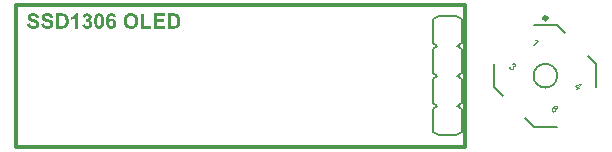
<source format=gto>
G04*
G04 #@! TF.GenerationSoftware,Altium Limited,Altium Designer,22.10.1 (41)*
G04*
G04 Layer_Color=65535*
%FSLAX43Y43*%
%MOMM*%
G71*
G04*
G04 #@! TF.SameCoordinates,A06D47DE-3B52-4099-82B1-BC196321E02B*
G04*
G04*
G04 #@! TF.FilePolarity,Positive*
G04*
G01*
G75*
%ADD10C,0.200*%
%ADD11C,0.300*%
G36*
X54605Y10562D02*
X54606D01*
X54608Y10561D01*
X54612Y10559D01*
X54622Y10556D01*
X54635Y10551D01*
X54651Y10545D01*
X54671Y10539D01*
X54693Y10535D01*
X54718Y10531D01*
X54720D01*
X54722Y10530D01*
X54725D01*
X54731D01*
X54744Y10530D01*
X54761Y10530D01*
X54780Y10532D01*
X54803Y10536D01*
X54825Y10541D01*
X54846Y10549D01*
X54917Y10479D01*
X54462Y10024D01*
X54375Y10111D01*
X54703Y10438D01*
X54701D01*
X54699D01*
X54694Y10439D01*
X54687Y10439D01*
X54678Y10440D01*
X54669Y10441D01*
X54658Y10443D01*
X54646Y10445D01*
X54633Y10448D01*
X54619Y10451D01*
X54604Y10454D01*
X54589Y10459D01*
X54558Y10470D01*
X54525Y10485D01*
X54604Y10563D01*
X54605Y10562D01*
D02*
G37*
G36*
X56318Y4964D02*
X56325Y4963D01*
X56334D01*
X56344Y4962D01*
X56356Y4961D01*
X56368Y4959D01*
X56381Y4955D01*
X56395Y4952D01*
X56410Y4946D01*
X56425Y4940D01*
X56439Y4932D01*
X56454Y4923D01*
X56469Y4912D01*
X56483Y4899D01*
X56488Y4894D01*
X56491Y4890D01*
X56496Y4885D01*
X56500Y4879D01*
X56509Y4865D01*
X56519Y4849D01*
X56528Y4829D01*
X56535Y4807D01*
X56537Y4796D01*
X56539Y4785D01*
X56539Y4784D01*
X56539Y4782D01*
Y4778D01*
Y4774D01*
Y4768D01*
X56538Y4762D01*
X56536Y4745D01*
X56531Y4726D01*
X56524Y4704D01*
X56514Y4681D01*
X56499Y4657D01*
X56406Y4732D01*
X56407Y4733D01*
X56409Y4736D01*
X56413Y4742D01*
X56417Y4749D01*
X56421Y4757D01*
X56424Y4767D01*
X56427Y4776D01*
X56428Y4786D01*
Y4787D01*
X56427Y4790D01*
X56426Y4795D01*
X56425Y4802D01*
X56422Y4808D01*
X56418Y4816D01*
X56413Y4824D01*
X56406Y4832D01*
X56405Y4834D01*
X56401Y4836D01*
X56395Y4841D01*
X56386Y4845D01*
X56377Y4850D01*
X56364Y4853D01*
X56350Y4855D01*
X56335Y4854D01*
X56333Y4853D01*
X56330D01*
X56326Y4852D01*
X56322Y4851D01*
X56316Y4849D01*
X56311Y4845D01*
X56303Y4841D01*
X56294Y4838D01*
X56284Y4832D01*
X56274Y4826D01*
X56263Y4819D01*
X56250Y4810D01*
X56237Y4800D01*
X56223Y4788D01*
X56208Y4775D01*
X56209D01*
X56211Y4776D01*
X56214Y4775D01*
X56220D01*
X56226D01*
X56233Y4775D01*
X56250Y4773D01*
X56268Y4768D01*
X56288Y4760D01*
X56299Y4755D01*
X56308Y4749D01*
X56318Y4741D01*
X56328Y4733D01*
X56333Y4728D01*
X56336Y4723D01*
X56340Y4718D01*
X56345Y4712D01*
X56350Y4704D01*
X56354Y4696D01*
X56364Y4676D01*
X56368Y4665D01*
X56372Y4653D01*
X56375Y4641D01*
X56377Y4627D01*
X56379Y4613D01*
Y4598D01*
Y4597D01*
Y4594D01*
Y4590D01*
X56377Y4585D01*
X56376Y4577D01*
X56375Y4569D01*
X56372Y4560D01*
X56369Y4550D01*
X56366Y4539D01*
X56361Y4527D01*
X56356Y4515D01*
X56349Y4502D01*
X56341Y4490D01*
X56332Y4477D01*
X56322Y4465D01*
X56311Y4452D01*
X56310Y4451D01*
X56307Y4449D01*
X56304Y4445D01*
X56298Y4441D01*
X56292Y4435D01*
X56284Y4430D01*
X56275Y4423D01*
X56265Y4417D01*
X56243Y4403D01*
X56230Y4398D01*
X56216Y4393D01*
X56203Y4388D01*
X56188Y4384D01*
X56173Y4382D01*
X56158Y4381D01*
X56156D01*
X56154D01*
X56150D01*
X56144Y4382D01*
X56137Y4383D01*
X56128Y4384D01*
X56119Y4386D01*
X56109Y4388D01*
X56097Y4392D01*
X56086Y4396D01*
X56074Y4401D01*
X56061Y4407D01*
X56048Y4415D01*
X56036Y4423D01*
X56024Y4433D01*
X56011Y4444D01*
X56008Y4447D01*
X56005Y4451D01*
X56001Y4456D01*
X55996Y4463D01*
X55990Y4471D01*
X55984Y4480D01*
X55978Y4490D01*
X55972Y4501D01*
X55967Y4515D01*
X55961Y4528D01*
X55957Y4543D01*
X55953Y4558D01*
X55951Y4575D01*
X55950Y4592D01*
X55951Y4610D01*
Y4611D01*
X55952Y4615D01*
X55953Y4620D01*
X55955Y4627D01*
X55957Y4637D01*
X55961Y4647D01*
X55965Y4660D01*
X55971Y4673D01*
X55978Y4690D01*
X55987Y4706D01*
X55998Y4724D01*
X56011Y4743D01*
X56025Y4764D01*
X56042Y4785D01*
X56061Y4806D01*
X56082Y4829D01*
X56083Y4830D01*
X56084Y4830D01*
X56086Y4832D01*
X56088Y4834D01*
X56094Y4841D01*
X56103Y4849D01*
X56114Y4858D01*
X56128Y4869D01*
X56142Y4881D01*
X56158Y4892D01*
X56174Y4905D01*
X56192Y4917D01*
X56211Y4928D01*
X56231Y4938D01*
X56250Y4947D01*
X56269Y4955D01*
X56289Y4960D01*
X56308Y4963D01*
X56309D01*
X56313Y4964D01*
X56318D01*
D02*
G37*
G36*
X52764Y8552D02*
X52778Y8550D01*
X52795Y8547D01*
X52811Y8542D01*
X52812Y8542D01*
X52813D01*
X52818Y8539D01*
X52827Y8535D01*
X52838Y8530D01*
X52850Y8523D01*
X52865Y8514D01*
X52878Y8503D01*
X52893Y8489D01*
X52899Y8484D01*
X52902Y8478D01*
X52908Y8472D01*
X52913Y8465D01*
X52919Y8457D01*
X52924Y8448D01*
X52936Y8427D01*
X52941Y8415D01*
X52946Y8401D01*
X52950Y8388D01*
X52952Y8375D01*
X52954Y8360D01*
Y8346D01*
Y8344D01*
Y8343D01*
Y8339D01*
X52953Y8335D01*
X52952Y8323D01*
X52949Y8308D01*
X52944Y8291D01*
X52935Y8273D01*
X52925Y8255D01*
X52918Y8247D01*
X52911Y8238D01*
X52910Y8238D01*
X52908Y8236D01*
X52904Y8233D01*
X52900Y8230D01*
X52894Y8225D01*
X52887Y8221D01*
X52878Y8216D01*
X52868Y8212D01*
X52857Y8208D01*
X52846Y8204D01*
X52833Y8202D01*
X52818Y8201D01*
X52802D01*
X52786Y8201D01*
X52769Y8204D01*
X52750Y8208D01*
X52751Y8208D01*
X52751Y8206D01*
X52753Y8204D01*
X52755Y8200D01*
X52760Y8191D01*
X52765Y8178D01*
X52769Y8163D01*
X52773Y8146D01*
X52775Y8127D01*
X52774Y8108D01*
Y8106D01*
X52773Y8099D01*
X52770Y8090D01*
X52767Y8077D01*
X52761Y8063D01*
X52752Y8047D01*
X52742Y8031D01*
X52728Y8015D01*
X52727Y8014D01*
X52725Y8012D01*
X52722Y8009D01*
X52717Y8006D01*
X52712Y8001D01*
X52704Y7997D01*
X52696Y7991D01*
X52687Y7985D01*
X52666Y7974D01*
X52654Y7970D01*
X52641Y7965D01*
X52627Y7961D01*
X52613Y7959D01*
X52598Y7957D01*
X52582D01*
X52581D01*
X52578D01*
X52574Y7957D01*
X52568Y7958D01*
X52560Y7959D01*
X52552Y7961D01*
X52542Y7963D01*
X52531Y7966D01*
X52520Y7969D01*
X52508Y7974D01*
X52495Y7980D01*
X52483Y7985D01*
X52470Y7993D01*
X52457Y8002D01*
X52444Y8012D01*
X52432Y8023D01*
X52426Y8029D01*
X52422Y8034D01*
X52417Y8040D01*
X52412Y8047D01*
X52407Y8055D01*
X52400Y8064D01*
X52389Y8083D01*
X52378Y8107D01*
X52373Y8120D01*
X52370Y8133D01*
X52367Y8147D01*
X52365Y8161D01*
Y8162D01*
Y8165D01*
Y8168D01*
Y8174D01*
Y8180D01*
X52366Y8188D01*
X52367Y8197D01*
X52369Y8206D01*
X52372Y8217D01*
X52374Y8228D01*
X52382Y8251D01*
X52395Y8275D01*
X52402Y8287D01*
X52411Y8299D01*
X52505Y8226D01*
X52504Y8225D01*
X52504Y8225D01*
X52500Y8220D01*
X52496Y8213D01*
X52491Y8204D01*
X52486Y8193D01*
X52481Y8181D01*
X52478Y8168D01*
X52477Y8155D01*
Y8153D01*
X52478Y8149D01*
X52479Y8142D01*
X52481Y8135D01*
X52484Y8125D01*
X52489Y8116D01*
X52495Y8106D01*
X52503Y8096D01*
X52504Y8095D01*
X52508Y8092D01*
X52514Y8088D01*
X52521Y8083D01*
X52531Y8078D01*
X52542Y8074D01*
X52555Y8072D01*
X52568Y8071D01*
X52570D01*
X52576Y8072D01*
X52583Y8074D01*
X52593Y8076D01*
X52604Y8080D01*
X52617Y8087D01*
X52630Y8096D01*
X52643Y8108D01*
X52644Y8108D01*
X52644Y8109D01*
X52648Y8113D01*
X52653Y8119D01*
X52660Y8129D01*
X52666Y8140D01*
X52671Y8151D01*
X52675Y8165D01*
X52677Y8178D01*
Y8180D01*
Y8185D01*
X52676Y8192D01*
X52675Y8200D01*
X52672Y8210D01*
X52668Y8220D01*
X52663Y8231D01*
X52654Y8240D01*
X52648Y8247D01*
X52642Y8251D01*
X52636Y8256D01*
X52627Y8262D01*
X52618Y8267D01*
X52608Y8274D01*
X52687Y8335D01*
X52693Y8329D01*
X52700Y8323D01*
X52708Y8316D01*
X52719Y8309D01*
X52731Y8302D01*
X52743Y8298D01*
X52756Y8295D01*
X52757D01*
X52763D01*
X52768Y8296D01*
X52778Y8297D01*
X52787Y8300D01*
X52797Y8304D01*
X52808Y8310D01*
X52818Y8319D01*
X52819Y8321D01*
X52822Y8323D01*
X52825Y8328D01*
X52829Y8335D01*
X52834Y8342D01*
X52837Y8350D01*
X52840Y8360D01*
X52841Y8370D01*
Y8371D01*
X52840Y8374D01*
Y8380D01*
X52838Y8387D01*
X52835Y8394D01*
X52832Y8403D01*
X52825Y8412D01*
X52818Y8420D01*
X52814Y8424D01*
X52810Y8427D01*
X52803Y8431D01*
X52795Y8435D01*
X52786Y8439D01*
X52776Y8442D01*
X52765Y8442D01*
X52763D01*
X52759D01*
X52753Y8441D01*
X52744Y8439D01*
X52735Y8437D01*
X52725Y8431D01*
X52713Y8425D01*
X52700Y8416D01*
X52634Y8509D01*
X52634Y8510D01*
X52636Y8510D01*
X52638Y8512D01*
X52642Y8515D01*
X52651Y8520D01*
X52664Y8527D01*
X52678Y8534D01*
X52693Y8541D01*
X52709Y8546D01*
X52725Y8550D01*
X52727Y8551D01*
X52732D01*
X52740Y8552D01*
X52751Y8552D01*
X52764Y8552D01*
D02*
G37*
G36*
X58558Y6766D02*
X58270Y6478D01*
X58326Y6422D01*
X58251Y6346D01*
X58194Y6402D01*
X58104Y6311D01*
X58020Y6395D01*
X58111Y6486D01*
X57925Y6672D01*
X58000Y6747D01*
X58485Y6839D01*
X58558Y6766D01*
D02*
G37*
G36*
X18720Y12781D02*
X18733D01*
X18748Y12780D01*
X18781Y12772D01*
X18818Y12763D01*
X18859Y12748D01*
X18900Y12728D01*
X18918Y12715D01*
X18937Y12700D01*
X18939D01*
X18941Y12696D01*
X18946Y12691D01*
X18952Y12685D01*
X18961Y12676D01*
X18968Y12667D01*
X18989Y12641D01*
X19009Y12606D01*
X19029Y12565D01*
X19048Y12519D01*
X19061Y12463D01*
X18824Y12437D01*
Y12441D01*
X18822Y12448D01*
X18818Y12461D01*
X18815Y12478D01*
X18809Y12494D01*
X18800Y12513D01*
X18791Y12530D01*
X18778Y12544D01*
X18776Y12546D01*
X18770Y12550D01*
X18763Y12556D01*
X18752Y12563D01*
X18739Y12569D01*
X18722Y12574D01*
X18702Y12578D01*
X18681Y12580D01*
X18678D01*
X18668Y12578D01*
X18654Y12576D01*
X18635Y12570D01*
X18615Y12563D01*
X18592Y12550D01*
X18570Y12533D01*
X18550Y12509D01*
X18548Y12506D01*
X18544Y12502D01*
X18541Y12494D01*
X18537Y12487D01*
X18531Y12476D01*
X18528Y12463D01*
X18522Y12446D01*
X18515Y12428D01*
X18509Y12407D01*
X18504Y12383D01*
X18498Y12357D01*
X18492Y12328D01*
X18489Y12295D01*
X18485Y12257D01*
X18481Y12219D01*
X18483Y12220D01*
X18485Y12224D01*
X18491Y12228D01*
X18498Y12235D01*
X18507Y12245D01*
X18518Y12254D01*
X18544Y12274D01*
X18578Y12293D01*
X18617Y12311D01*
X18639Y12319D01*
X18661Y12322D01*
X18685Y12326D01*
X18711Y12328D01*
X18726D01*
X18737Y12326D01*
X18750Y12324D01*
X18765Y12322D01*
X18783Y12319D01*
X18802Y12313D01*
X18842Y12298D01*
X18865Y12289D01*
X18887Y12278D01*
X18909Y12265D01*
X18931Y12248D01*
X18954Y12230D01*
X18974Y12209D01*
X18976Y12207D01*
X18979Y12204D01*
X18985Y12198D01*
X18991Y12189D01*
X19000Y12176D01*
X19009Y12163D01*
X19018Y12146D01*
X19029Y12128D01*
X19041Y12107D01*
X19050Y12083D01*
X19059Y12059D01*
X19068Y12032D01*
X19074Y12004D01*
X19079Y11972D01*
X19083Y11941D01*
X19085Y11906D01*
Y11904D01*
Y11896D01*
Y11887D01*
X19083Y11872D01*
X19081Y11856D01*
X19079Y11837D01*
X19076Y11815D01*
X19070Y11793D01*
X19057Y11741D01*
X19048Y11715D01*
X19035Y11689D01*
X19022Y11663D01*
X19007Y11637D01*
X18989Y11611D01*
X18968Y11589D01*
X18966Y11587D01*
X18963Y11583D01*
X18957Y11578D01*
X18948Y11571D01*
X18937Y11561D01*
X18922Y11552D01*
X18907Y11541D01*
X18889Y11530D01*
X18868Y11519D01*
X18846Y11508D01*
X18822Y11498D01*
X18794Y11489D01*
X18766Y11482D01*
X18737Y11476D01*
X18705Y11472D01*
X18672Y11471D01*
X18663D01*
X18654Y11472D01*
X18641D01*
X18624Y11476D01*
X18604Y11478D01*
X18583Y11483D01*
X18559Y11489D01*
X18535Y11496D01*
X18509Y11508D01*
X18481Y11519D01*
X18455Y11533D01*
X18428Y11550D01*
X18402Y11571D01*
X18376Y11595D01*
X18352Y11620D01*
X18350Y11622D01*
X18346Y11628D01*
X18341Y11637D01*
X18333Y11650D01*
X18322Y11667D01*
X18313Y11687D01*
X18302Y11711D01*
X18291Y11739D01*
X18278Y11772D01*
X18267Y11808D01*
X18257Y11848D01*
X18248Y11895D01*
X18239Y11943D01*
X18233Y11996D01*
X18229Y12054D01*
X18228Y12117D01*
Y12119D01*
Y12120D01*
Y12126D01*
Y12132D01*
Y12150D01*
X18229Y12174D01*
X18231Y12204D01*
X18235Y12237D01*
X18239Y12274D01*
X18244Y12313D01*
X18250Y12354D01*
X18259Y12396D01*
X18270Y12439D01*
X18283Y12482D01*
X18298Y12520D01*
X18315Y12559D01*
X18335Y12594D01*
X18357Y12626D01*
X18359Y12628D01*
X18363Y12633D01*
X18370Y12641D01*
X18381Y12650D01*
X18394Y12663D01*
X18409Y12676D01*
X18428Y12691D01*
X18448Y12706D01*
X18472Y12719D01*
X18496Y12733D01*
X18526Y12746D01*
X18555Y12759D01*
X18587Y12769D01*
X18622Y12776D01*
X18657Y12781D01*
X18696Y12783D01*
X18711D01*
X18720Y12781D01*
D02*
G37*
G36*
X13293Y12798D02*
X13313Y12796D01*
X13337Y12794D01*
X13361Y12791D01*
X13389Y12787D01*
X13449Y12774D01*
X13478Y12765D01*
X13508Y12756D01*
X13537Y12743D01*
X13565Y12728D01*
X13591Y12711D01*
X13615Y12693D01*
X13617Y12691D01*
X13621Y12687D01*
X13626Y12682D01*
X13634Y12674D01*
X13643Y12663D01*
X13654Y12650D01*
X13665Y12635D01*
X13678Y12619D01*
X13689Y12598D01*
X13700Y12578D01*
X13711Y12554D01*
X13721Y12528D01*
X13730Y12502D01*
X13737Y12472D01*
X13743Y12443D01*
X13745Y12409D01*
X13486Y12400D01*
Y12402D01*
Y12404D01*
X13482Y12417D01*
X13478Y12433D01*
X13471Y12454D01*
X13461Y12478D01*
X13449Y12500D01*
X13432Y12522D01*
X13413Y12541D01*
X13411Y12543D01*
X13404Y12548D01*
X13391Y12556D01*
X13373Y12563D01*
X13350Y12570D01*
X13323Y12578D01*
X13289Y12583D01*
X13250Y12585D01*
X13232D01*
X13212Y12583D01*
X13187Y12580D01*
X13160Y12574D01*
X13130Y12565D01*
X13102Y12554D01*
X13076Y12537D01*
X13074Y12535D01*
X13071Y12532D01*
X13063Y12526D01*
X13056Y12517D01*
X13049Y12506D01*
X13041Y12491D01*
X13037Y12476D01*
X13036Y12457D01*
Y12456D01*
Y12450D01*
X13037Y12441D01*
X13041Y12432D01*
X13045Y12419D01*
X13050Y12406D01*
X13060Y12393D01*
X13073Y12380D01*
X13074Y12378D01*
X13084Y12372D01*
X13089Y12369D01*
X13099Y12365D01*
X13108Y12359D01*
X13121Y12354D01*
X13136Y12348D01*
X13152Y12341D01*
X13173Y12333D01*
X13193Y12326D01*
X13219Y12319D01*
X13247Y12311D01*
X13276Y12304D01*
X13310Y12295D01*
X13311D01*
X13319Y12293D01*
X13328Y12291D01*
X13341Y12287D01*
X13356Y12283D01*
X13374Y12278D01*
X13395Y12272D01*
X13415Y12267D01*
X13460Y12252D01*
X13506Y12237D01*
X13550Y12220D01*
X13569Y12211D01*
X13587Y12202D01*
X13589D01*
X13591Y12200D01*
X13602Y12193D01*
X13619Y12182D01*
X13639Y12167D01*
X13661Y12148D01*
X13686Y12126D01*
X13710Y12100D01*
X13730Y12070D01*
X13732Y12067D01*
X13737Y12056D01*
X13747Y12039D01*
X13756Y12015D01*
X13765Y11985D01*
X13774Y11950D01*
X13780Y11911D01*
X13782Y11867D01*
Y11865D01*
Y11861D01*
Y11856D01*
Y11848D01*
X13780Y11839D01*
X13778Y11826D01*
X13774Y11800D01*
X13767Y11767D01*
X13756Y11732D01*
X13739Y11696D01*
X13719Y11659D01*
Y11658D01*
X13715Y11656D01*
X13708Y11645D01*
X13693Y11626D01*
X13674Y11606D01*
X13650Y11582D01*
X13619Y11559D01*
X13586Y11537D01*
X13545Y11517D01*
X13543D01*
X13539Y11515D01*
X13534Y11513D01*
X13524Y11509D01*
X13513Y11506D01*
X13500Y11502D01*
X13486Y11498D01*
X13469Y11495D01*
X13449Y11489D01*
X13428Y11485D01*
X13380Y11478D01*
X13326Y11472D01*
X13267Y11471D01*
X13243D01*
X13226Y11472D01*
X13206Y11474D01*
X13184Y11476D01*
X13158Y11480D01*
X13130Y11485D01*
X13069Y11498D01*
X13037Y11508D01*
X13008Y11517D01*
X12976Y11530D01*
X12947Y11545D01*
X12919Y11561D01*
X12893Y11582D01*
X12891Y11583D01*
X12887Y11587D01*
X12880Y11593D01*
X12873Y11602D01*
X12862Y11615D01*
X12850Y11630D01*
X12837Y11646D01*
X12825Y11665D01*
X12812Y11687D01*
X12799Y11711D01*
X12786Y11739D01*
X12773Y11769D01*
X12763Y11800D01*
X12752Y11835D01*
X12745Y11872D01*
X12739Y11911D01*
X12991Y11935D01*
Y11933D01*
X12993Y11930D01*
Y11922D01*
X12995Y11915D01*
X13002Y11893D01*
X13012Y11865D01*
X13023Y11833D01*
X13039Y11802D01*
X13058Y11774D01*
X13082Y11748D01*
X13086Y11746D01*
X13095Y11739D01*
X13110Y11730D01*
X13132Y11719D01*
X13160Y11708D01*
X13191Y11698D01*
X13228Y11691D01*
X13271Y11689D01*
X13291D01*
X13313Y11693D01*
X13341Y11696D01*
X13371Y11702D01*
X13402Y11711D01*
X13432Y11724D01*
X13458Y11741D01*
X13461Y11743D01*
X13469Y11750D01*
X13478Y11761D01*
X13491Y11776D01*
X13502Y11795D01*
X13513Y11817D01*
X13521Y11839D01*
X13523Y11865D01*
Y11867D01*
Y11872D01*
X13521Y11882D01*
X13519Y11893D01*
X13515Y11904D01*
X13511Y11917D01*
X13504Y11930D01*
X13495Y11943D01*
X13493Y11945D01*
X13489Y11948D01*
X13484Y11954D01*
X13474Y11961D01*
X13461Y11970D01*
X13445Y11980D01*
X13426Y11989D01*
X13402Y11998D01*
X13400D01*
X13393Y12002D01*
X13380Y12006D01*
X13371Y12009D01*
X13360Y12011D01*
X13347Y12015D01*
X13332Y12020D01*
X13315Y12024D01*
X13297Y12030D01*
X13274Y12035D01*
X13250Y12041D01*
X13224Y12048D01*
X13195Y12056D01*
X13193D01*
X13186Y12057D01*
X13174Y12061D01*
X13162Y12065D01*
X13145Y12070D01*
X13124Y12076D01*
X13104Y12083D01*
X13080Y12091D01*
X13032Y12109D01*
X12986Y12132D01*
X12962Y12143D01*
X12941Y12156D01*
X12921Y12169D01*
X12904Y12182D01*
X12902Y12183D01*
X12899Y12187D01*
X12893Y12193D01*
X12886Y12200D01*
X12876Y12211D01*
X12867Y12224D01*
X12856Y12237D01*
X12847Y12254D01*
X12825Y12293D01*
X12806Y12337D01*
X12799Y12361D01*
X12793Y12385D01*
X12789Y12413D01*
X12787Y12441D01*
Y12443D01*
Y12444D01*
Y12450D01*
Y12457D01*
X12791Y12476D01*
X12795Y12500D01*
X12800Y12528D01*
X12810Y12559D01*
X12823Y12593D01*
X12841Y12624D01*
Y12626D01*
X12843Y12628D01*
X12852Y12639D01*
X12863Y12654D01*
X12882Y12672D01*
X12904Y12693D01*
X12932Y12715D01*
X12963Y12735D01*
X13000Y12754D01*
X13002D01*
X13006Y12756D01*
X13012Y12757D01*
X13019Y12761D01*
X13030Y12765D01*
X13041Y12769D01*
X13056Y12772D01*
X13073Y12778D01*
X13110Y12785D01*
X13152Y12793D01*
X13200Y12798D01*
X13254Y12800D01*
X13276D01*
X13293Y12798D01*
D02*
G37*
G36*
X12099D02*
X12119Y12796D01*
X12143Y12794D01*
X12167Y12791D01*
X12195Y12787D01*
X12254Y12774D01*
X12284Y12765D01*
X12313Y12756D01*
X12343Y12743D01*
X12371Y12728D01*
X12397Y12711D01*
X12421Y12693D01*
X12423Y12691D01*
X12426Y12687D01*
X12432Y12682D01*
X12439Y12674D01*
X12449Y12663D01*
X12460Y12650D01*
X12471Y12635D01*
X12484Y12619D01*
X12495Y12598D01*
X12506Y12578D01*
X12517Y12554D01*
X12526Y12528D01*
X12536Y12502D01*
X12543Y12472D01*
X12549Y12443D01*
X12550Y12409D01*
X12291Y12400D01*
Y12402D01*
Y12404D01*
X12288Y12417D01*
X12284Y12433D01*
X12276Y12454D01*
X12267Y12478D01*
X12254Y12500D01*
X12238Y12522D01*
X12219Y12541D01*
X12217Y12543D01*
X12210Y12548D01*
X12197Y12556D01*
X12178Y12563D01*
X12156Y12570D01*
X12128Y12578D01*
X12095Y12583D01*
X12056Y12585D01*
X12038D01*
X12017Y12583D01*
X11993Y12580D01*
X11965Y12574D01*
X11936Y12565D01*
X11908Y12554D01*
X11882Y12537D01*
X11880Y12535D01*
X11876Y12532D01*
X11869Y12526D01*
X11862Y12517D01*
X11854Y12506D01*
X11847Y12491D01*
X11843Y12476D01*
X11841Y12457D01*
Y12456D01*
Y12450D01*
X11843Y12441D01*
X11847Y12432D01*
X11851Y12419D01*
X11856Y12406D01*
X11865Y12393D01*
X11878Y12380D01*
X11880Y12378D01*
X11889Y12372D01*
X11895Y12369D01*
X11904Y12365D01*
X11913Y12359D01*
X11926Y12354D01*
X11941Y12348D01*
X11958Y12341D01*
X11978Y12333D01*
X11999Y12326D01*
X12025Y12319D01*
X12052Y12311D01*
X12082Y12304D01*
X12115Y12295D01*
X12117D01*
X12125Y12293D01*
X12134Y12291D01*
X12147Y12287D01*
X12162Y12283D01*
X12180Y12278D01*
X12200Y12272D01*
X12221Y12267D01*
X12265Y12252D01*
X12312Y12237D01*
X12356Y12220D01*
X12375Y12211D01*
X12393Y12202D01*
X12395D01*
X12397Y12200D01*
X12408Y12193D01*
X12425Y12182D01*
X12445Y12167D01*
X12467Y12148D01*
X12491Y12126D01*
X12515Y12100D01*
X12536Y12070D01*
X12538Y12067D01*
X12543Y12056D01*
X12552Y12039D01*
X12562Y12015D01*
X12571Y11985D01*
X12580Y11950D01*
X12586Y11911D01*
X12587Y11867D01*
Y11865D01*
Y11861D01*
Y11856D01*
Y11848D01*
X12586Y11839D01*
X12584Y11826D01*
X12580Y11800D01*
X12573Y11767D01*
X12562Y11732D01*
X12545Y11696D01*
X12525Y11659D01*
Y11658D01*
X12521Y11656D01*
X12513Y11645D01*
X12499Y11626D01*
X12480Y11606D01*
X12456Y11582D01*
X12425Y11559D01*
X12391Y11537D01*
X12350Y11517D01*
X12349D01*
X12345Y11515D01*
X12339Y11513D01*
X12330Y11509D01*
X12319Y11506D01*
X12306Y11502D01*
X12291Y11498D01*
X12275Y11495D01*
X12254Y11489D01*
X12234Y11485D01*
X12186Y11478D01*
X12132Y11472D01*
X12073Y11471D01*
X12049D01*
X12032Y11472D01*
X12012Y11474D01*
X11989Y11476D01*
X11963Y11480D01*
X11936Y11485D01*
X11875Y11498D01*
X11843Y11508D01*
X11814Y11517D01*
X11782Y11530D01*
X11752Y11545D01*
X11725Y11561D01*
X11699Y11582D01*
X11697Y11583D01*
X11693Y11587D01*
X11686Y11593D01*
X11678Y11602D01*
X11667Y11615D01*
X11656Y11630D01*
X11643Y11646D01*
X11630Y11665D01*
X11617Y11687D01*
X11604Y11711D01*
X11591Y11739D01*
X11578Y11769D01*
X11569Y11800D01*
X11558Y11835D01*
X11551Y11872D01*
X11545Y11911D01*
X11797Y11935D01*
Y11933D01*
X11799Y11930D01*
Y11922D01*
X11801Y11915D01*
X11808Y11893D01*
X11817Y11865D01*
X11828Y11833D01*
X11845Y11802D01*
X11863Y11774D01*
X11888Y11748D01*
X11891Y11746D01*
X11901Y11739D01*
X11915Y11730D01*
X11938Y11719D01*
X11965Y11708D01*
X11997Y11698D01*
X12034Y11691D01*
X12076Y11689D01*
X12097D01*
X12119Y11693D01*
X12147Y11696D01*
X12176Y11702D01*
X12208Y11711D01*
X12238Y11724D01*
X12263Y11741D01*
X12267Y11743D01*
X12275Y11750D01*
X12284Y11761D01*
X12297Y11776D01*
X12308Y11795D01*
X12319Y11817D01*
X12326Y11839D01*
X12328Y11865D01*
Y11867D01*
Y11872D01*
X12326Y11882D01*
X12325Y11893D01*
X12321Y11904D01*
X12317Y11917D01*
X12310Y11930D01*
X12300Y11943D01*
X12299Y11945D01*
X12295Y11948D01*
X12289Y11954D01*
X12280Y11961D01*
X12267Y11970D01*
X12250Y11980D01*
X12232Y11989D01*
X12208Y11998D01*
X12206D01*
X12199Y12002D01*
X12186Y12006D01*
X12176Y12009D01*
X12165Y12011D01*
X12152Y12015D01*
X12138Y12020D01*
X12121Y12024D01*
X12102Y12030D01*
X12080Y12035D01*
X12056Y12041D01*
X12030Y12048D01*
X12001Y12056D01*
X11999D01*
X11991Y12057D01*
X11980Y12061D01*
X11967Y12065D01*
X11951Y12070D01*
X11930Y12076D01*
X11910Y12083D01*
X11886Y12091D01*
X11838Y12109D01*
X11791Y12132D01*
X11767Y12143D01*
X11747Y12156D01*
X11726Y12169D01*
X11710Y12182D01*
X11708Y12183D01*
X11704Y12187D01*
X11699Y12193D01*
X11691Y12200D01*
X11682Y12211D01*
X11673Y12224D01*
X11662Y12237D01*
X11652Y12254D01*
X11630Y12293D01*
X11612Y12337D01*
X11604Y12361D01*
X11599Y12385D01*
X11595Y12413D01*
X11593Y12441D01*
Y12443D01*
Y12444D01*
Y12450D01*
Y12457D01*
X11597Y12476D01*
X11601Y12500D01*
X11606Y12528D01*
X11615Y12559D01*
X11628Y12593D01*
X11647Y12624D01*
Y12626D01*
X11649Y12628D01*
X11658Y12639D01*
X11669Y12654D01*
X11688Y12672D01*
X11710Y12693D01*
X11738Y12715D01*
X11769Y12735D01*
X11806Y12754D01*
X11808D01*
X11812Y12756D01*
X11817Y12757D01*
X11825Y12761D01*
X11836Y12765D01*
X11847Y12769D01*
X11862Y12772D01*
X11878Y12778D01*
X11915Y12785D01*
X11958Y12793D01*
X12006Y12798D01*
X12060Y12800D01*
X12082D01*
X12099Y12798D01*
D02*
G37*
G36*
X16669Y12781D02*
X16685Y12780D01*
X16702Y12778D01*
X16722Y12774D01*
X16743Y12769D01*
X16789Y12756D01*
X16813Y12746D01*
X16839Y12733D01*
X16863Y12720D01*
X16885Y12706D01*
X16909Y12687D01*
X16930Y12667D01*
X16931Y12665D01*
X16933Y12663D01*
X16939Y12657D01*
X16944Y12650D01*
X16959Y12632D01*
X16976Y12606D01*
X16993Y12574D01*
X17006Y12537D01*
X17017Y12496D01*
X17019Y12476D01*
X17020Y12454D01*
Y12452D01*
Y12446D01*
X17019Y12437D01*
X17017Y12426D01*
X17015Y12411D01*
X17011Y12394D01*
X17006Y12376D01*
X16998Y12356D01*
X16987Y12335D01*
X16976Y12313D01*
X16961Y12291D01*
X16943Y12269D01*
X16920Y12246D01*
X16896Y12224D01*
X16869Y12204D01*
X16835Y12183D01*
X16837D01*
X16841Y12182D01*
X16846D01*
X16854Y12178D01*
X16874Y12172D01*
X16898Y12161D01*
X16926Y12146D01*
X16956Y12128D01*
X16985Y12104D01*
X17011Y12076D01*
X17015Y12072D01*
X17022Y12061D01*
X17031Y12045D01*
X17044Y12020D01*
X17057Y11993D01*
X17067Y11958D01*
X17074Y11920D01*
X17078Y11878D01*
Y11876D01*
Y11870D01*
Y11861D01*
X17076Y11850D01*
X17074Y11835D01*
X17070Y11819D01*
X17067Y11798D01*
X17063Y11778D01*
X17048Y11733D01*
X17037Y11709D01*
X17026Y11683D01*
X17011Y11659D01*
X16994Y11635D01*
X16976Y11611D01*
X16954Y11589D01*
X16952Y11587D01*
X16948Y11583D01*
X16941Y11578D01*
X16931Y11571D01*
X16919Y11561D01*
X16906Y11552D01*
X16887Y11541D01*
X16869Y11530D01*
X16848Y11519D01*
X16824Y11508D01*
X16798Y11498D01*
X16772Y11489D01*
X16743Y11482D01*
X16713Y11476D01*
X16680Y11472D01*
X16646Y11471D01*
X16630D01*
X16617Y11472D01*
X16602Y11474D01*
X16585Y11476D01*
X16567Y11480D01*
X16544Y11483D01*
X16500Y11495D01*
X16452Y11513D01*
X16426Y11524D01*
X16404Y11537D01*
X16380Y11554D01*
X16357Y11571D01*
X16356Y11572D01*
X16352Y11576D01*
X16346Y11582D01*
X16339Y11589D01*
X16330Y11598D01*
X16320Y11611D01*
X16309Y11624D01*
X16298Y11641D01*
X16287Y11659D01*
X16274Y11678D01*
X16254Y11722D01*
X16237Y11774D01*
X16230Y11802D01*
X16226Y11832D01*
X16463Y11861D01*
Y11859D01*
Y11858D01*
X16465Y11846D01*
X16469Y11830D01*
X16474Y11809D01*
X16483Y11787D01*
X16493Y11763D01*
X16507Y11741D01*
X16524Y11720D01*
X16526Y11719D01*
X16533Y11713D01*
X16544Y11706D01*
X16557Y11698D01*
X16576Y11689D01*
X16596Y11682D01*
X16619Y11676D01*
X16644Y11674D01*
X16648D01*
X16657Y11676D01*
X16670Y11678D01*
X16689Y11682D01*
X16709Y11689D01*
X16730Y11698D01*
X16752Y11713D01*
X16772Y11732D01*
X16774Y11733D01*
X16781Y11743D01*
X16789Y11756D01*
X16800Y11772D01*
X16809Y11795D01*
X16819Y11822D01*
X16824Y11854D01*
X16826Y11889D01*
Y11891D01*
Y11893D01*
Y11904D01*
X16824Y11920D01*
X16820Y11943D01*
X16813Y11967D01*
X16804Y11991D01*
X16791Y12015D01*
X16774Y12037D01*
X16772Y12039D01*
X16765Y12046D01*
X16754Y12056D01*
X16741Y12065D01*
X16722Y12076D01*
X16702Y12083D01*
X16680Y12091D01*
X16654Y12093D01*
X16635D01*
X16622Y12091D01*
X16606Y12089D01*
X16585Y12085D01*
X16565Y12080D01*
X16541Y12074D01*
X16567Y12272D01*
X16583D01*
X16602Y12274D01*
X16624Y12276D01*
X16648Y12282D01*
X16674Y12289D01*
X16698Y12300D01*
X16720Y12315D01*
X16722Y12317D01*
X16730Y12324D01*
X16737Y12333D01*
X16748Y12348D01*
X16757Y12365D01*
X16767Y12385D01*
X16772Y12409D01*
X16774Y12437D01*
Y12441D01*
Y12448D01*
X16772Y12459D01*
X16769Y12474D01*
X16765Y12491D01*
X16757Y12507D01*
X16748Y12526D01*
X16735Y12541D01*
X16733Y12543D01*
X16728Y12546D01*
X16720Y12554D01*
X16707Y12561D01*
X16693Y12567D01*
X16676Y12574D01*
X16654Y12578D01*
X16632Y12580D01*
X16620D01*
X16609Y12578D01*
X16594Y12574D01*
X16578Y12569D01*
X16559Y12561D01*
X16541Y12550D01*
X16524Y12535D01*
X16522Y12533D01*
X16517Y12528D01*
X16509Y12517D01*
X16500Y12502D01*
X16491Y12485D01*
X16483Y12463D01*
X16476Y12437D01*
X16470Y12407D01*
X16245Y12444D01*
Y12446D01*
X16246Y12450D01*
Y12456D01*
X16248Y12465D01*
X16254Y12485D01*
X16261Y12513D01*
X16272Y12543D01*
X16283Y12574D01*
X16298Y12604D01*
X16315Y12632D01*
X16317Y12635D01*
X16324Y12643D01*
X16335Y12656D01*
X16350Y12672D01*
X16369Y12689D01*
X16391Y12707D01*
X16419Y12726D01*
X16448Y12743D01*
X16450D01*
X16452Y12744D01*
X16463Y12748D01*
X16482Y12756D01*
X16504Y12763D01*
X16532Y12770D01*
X16565Y12778D01*
X16600Y12781D01*
X16639Y12783D01*
X16656D01*
X16669Y12781D01*
D02*
G37*
G36*
X23984Y12774D02*
X24020Y12772D01*
X24059Y12770D01*
X24099Y12765D01*
X24138Y12759D01*
X24173Y12750D01*
X24175D01*
X24179Y12748D01*
X24184Y12746D01*
X24192Y12744D01*
X24214Y12735D01*
X24240Y12722D01*
X24270Y12706D01*
X24303Y12685D01*
X24334Y12661D01*
X24366Y12632D01*
X24368D01*
X24370Y12628D01*
X24379Y12617D01*
X24394Y12598D01*
X24410Y12574D01*
X24431Y12544D01*
X24451Y12509D01*
X24471Y12469D01*
X24488Y12424D01*
Y12422D01*
X24490Y12419D01*
X24492Y12411D01*
X24496Y12402D01*
X24497Y12391D01*
X24501Y12376D01*
X24505Y12359D01*
X24510Y12341D01*
X24514Y12320D01*
X24518Y12296D01*
X24521Y12272D01*
X24523Y12245D01*
X24529Y12187D01*
X24531Y12122D01*
Y12120D01*
Y12115D01*
Y12107D01*
Y12096D01*
X24529Y12082D01*
Y12067D01*
X24527Y12048D01*
X24525Y12028D01*
X24521Y11985D01*
X24514Y11941D01*
X24503Y11895D01*
X24490Y11850D01*
Y11848D01*
X24488Y11845D01*
X24484Y11837D01*
X24481Y11826D01*
X24477Y11815D01*
X24470Y11802D01*
X24455Y11769D01*
X24436Y11733D01*
X24412Y11695D01*
X24384Y11658D01*
X24353Y11622D01*
X24349Y11619D01*
X24340Y11611D01*
X24325Y11600D01*
X24305Y11585D01*
X24279Y11569D01*
X24249Y11552D01*
X24212Y11535D01*
X24171Y11521D01*
X24170D01*
X24168Y11519D01*
X24162D01*
X24157Y11517D01*
X24136Y11513D01*
X24110Y11508D01*
X24079Y11502D01*
X24040Y11498D01*
X23994Y11496D01*
X23944Y11495D01*
X23459D01*
Y12776D01*
X23970D01*
X23984Y12774D01*
D02*
G37*
G36*
X23214Y12559D02*
X22524D01*
Y12276D01*
X23166D01*
Y12059D01*
X22524D01*
Y11711D01*
X23238D01*
Y11495D01*
X22264D01*
Y12776D01*
X23214D01*
Y12559D01*
D02*
G37*
G36*
X21435Y11711D02*
X22079D01*
Y11495D01*
X21175D01*
Y12767D01*
X21435D01*
Y11711D01*
D02*
G37*
G36*
X15867Y11495D02*
X15621D01*
Y12422D01*
X15619Y12420D01*
X15615Y12417D01*
X15608Y12411D01*
X15596Y12402D01*
X15583Y12391D01*
X15569Y12380D01*
X15550Y12367D01*
X15530Y12352D01*
X15508Y12337D01*
X15483Y12322D01*
X15458Y12306D01*
X15430Y12291D01*
X15371Y12263D01*
X15304Y12237D01*
Y12459D01*
X15306D01*
X15308Y12461D01*
X15313Y12463D01*
X15321Y12465D01*
X15339Y12474D01*
X15365Y12485D01*
X15396Y12500D01*
X15432Y12520D01*
X15471Y12546D01*
X15511Y12576D01*
X15513Y12578D01*
X15517Y12580D01*
X15522Y12585D01*
X15530Y12593D01*
X15550Y12611D01*
X15572Y12635D01*
X15598Y12665D01*
X15624Y12702D01*
X15648Y12741D01*
X15667Y12783D01*
X15867D01*
Y11495D01*
D02*
G37*
G36*
X14528Y12774D02*
X14563Y12772D01*
X14602Y12770D01*
X14643Y12765D01*
X14682Y12759D01*
X14717Y12750D01*
X14719D01*
X14722Y12748D01*
X14728Y12746D01*
X14735Y12744D01*
X14758Y12735D01*
X14784Y12722D01*
X14813Y12706D01*
X14847Y12685D01*
X14878Y12661D01*
X14909Y12632D01*
X14911D01*
X14913Y12628D01*
X14922Y12617D01*
X14937Y12598D01*
X14954Y12574D01*
X14974Y12544D01*
X14995Y12509D01*
X15015Y12469D01*
X15032Y12424D01*
Y12422D01*
X15034Y12419D01*
X15035Y12411D01*
X15039Y12402D01*
X15041Y12391D01*
X15045Y12376D01*
X15048Y12359D01*
X15054Y12341D01*
X15058Y12320D01*
X15061Y12296D01*
X15065Y12272D01*
X15067Y12245D01*
X15072Y12187D01*
X15074Y12122D01*
Y12120D01*
Y12115D01*
Y12107D01*
Y12096D01*
X15072Y12082D01*
Y12067D01*
X15071Y12048D01*
X15069Y12028D01*
X15065Y11985D01*
X15058Y11941D01*
X15047Y11895D01*
X15034Y11850D01*
Y11848D01*
X15032Y11845D01*
X15028Y11837D01*
X15024Y11826D01*
X15021Y11815D01*
X15013Y11802D01*
X14998Y11769D01*
X14980Y11733D01*
X14956Y11695D01*
X14928Y11658D01*
X14897Y11622D01*
X14893Y11619D01*
X14884Y11611D01*
X14869Y11600D01*
X14848Y11585D01*
X14822Y11569D01*
X14793Y11552D01*
X14756Y11535D01*
X14715Y11521D01*
X14713D01*
X14711Y11519D01*
X14706D01*
X14700Y11517D01*
X14680Y11513D01*
X14654Y11508D01*
X14622Y11502D01*
X14584Y11498D01*
X14537Y11496D01*
X14487Y11495D01*
X14002D01*
Y12776D01*
X14513D01*
X14528Y12774D01*
D02*
G37*
G36*
X20370Y12798D02*
X20389D01*
X20413Y12794D01*
X20440Y12791D01*
X20472Y12785D01*
X20505Y12778D01*
X20540Y12769D01*
X20577Y12757D01*
X20614Y12743D01*
X20653Y12726D01*
X20690Y12706D01*
X20727Y12682D01*
X20763Y12654D01*
X20796Y12622D01*
X20798Y12620D01*
X20803Y12615D01*
X20813Y12604D01*
X20822Y12591D01*
X20835Y12572D01*
X20850Y12550D01*
X20864Y12524D01*
X20881Y12494D01*
X20898Y12463D01*
X20913Y12426D01*
X20927Y12385D01*
X20940Y12343D01*
X20951Y12295D01*
X20959Y12245D01*
X20964Y12191D01*
X20966Y12133D01*
Y12130D01*
Y12120D01*
X20964Y12104D01*
Y12082D01*
X20961Y12056D01*
X20957Y12026D01*
X20951Y11991D01*
X20946Y11956D01*
X20937Y11917D01*
X20926Y11876D01*
X20911Y11835D01*
X20894Y11795D01*
X20876Y11756D01*
X20851Y11717D01*
X20826Y11680D01*
X20796Y11645D01*
X20794Y11643D01*
X20788Y11637D01*
X20779Y11628D01*
X20764Y11617D01*
X20748Y11604D01*
X20727Y11589D01*
X20703Y11574D01*
X20677Y11558D01*
X20646Y11541D01*
X20613Y11526D01*
X20576Y11511D01*
X20535Y11498D01*
X20492Y11487D01*
X20446Y11478D01*
X20398Y11472D01*
X20346Y11471D01*
X20333D01*
X20318Y11472D01*
X20300Y11474D01*
X20276Y11476D01*
X20248Y11480D01*
X20216Y11485D01*
X20183Y11493D01*
X20146Y11502D01*
X20111Y11513D01*
X20072Y11528D01*
X20035Y11545D01*
X19996Y11563D01*
X19961Y11587D01*
X19926Y11613D01*
X19892Y11645D01*
X19890Y11646D01*
X19885Y11652D01*
X19877Y11663D01*
X19866Y11676D01*
X19853Y11695D01*
X19839Y11717D01*
X19824Y11741D01*
X19809Y11770D01*
X19792Y11802D01*
X19777Y11839D01*
X19763Y11878D01*
X19750Y11920D01*
X19739Y11967D01*
X19731Y12017D01*
X19726Y12070D01*
X19724Y12126D01*
Y12128D01*
Y12135D01*
Y12145D01*
X19726Y12159D01*
Y12176D01*
X19727Y12195D01*
X19729Y12217D01*
X19731Y12241D01*
X19739Y12293D01*
X19748Y12348D01*
X19763Y12404D01*
X19781Y12456D01*
Y12457D01*
X19783Y12459D01*
X19787Y12465D01*
X19789Y12472D01*
X19800Y12491D01*
X19813Y12515D01*
X19829Y12543D01*
X19850Y12570D01*
X19874Y12602D01*
X19900Y12632D01*
X19902Y12633D01*
X19903Y12635D01*
X19913Y12644D01*
X19929Y12659D01*
X19950Y12676D01*
X19974Y12694D01*
X20002Y12715D01*
X20033Y12733D01*
X20066Y12748D01*
X20068D01*
X20072Y12750D01*
X20079Y12754D01*
X20089Y12756D01*
X20100Y12761D01*
X20113Y12765D01*
X20129Y12769D01*
X20146Y12774D01*
X20187Y12783D01*
X20233Y12793D01*
X20287Y12798D01*
X20342Y12800D01*
X20355D01*
X20370Y12798D01*
D02*
G37*
G36*
X17678Y12781D02*
X17693Y12780D01*
X17711Y12776D01*
X17730Y12772D01*
X17752Y12767D01*
X17776Y12759D01*
X17798Y12750D01*
X17822Y12741D01*
X17846Y12728D01*
X17870Y12711D01*
X17894Y12694D01*
X17917Y12674D01*
X17937Y12650D01*
X17939Y12648D01*
X17942Y12643D01*
X17948Y12633D01*
X17957Y12620D01*
X17967Y12602D01*
X17978Y12580D01*
X17989Y12556D01*
X18000Y12524D01*
X18011Y12491D01*
X18024Y12452D01*
X18033Y12409D01*
X18042Y12361D01*
X18052Y12309D01*
X18057Y12254D01*
X18061Y12193D01*
X18063Y12126D01*
Y12124D01*
Y12122D01*
Y12117D01*
Y12109D01*
Y12091D01*
X18061Y12067D01*
X18059Y12037D01*
X18055Y12002D01*
X18052Y11965D01*
X18048Y11924D01*
X18041Y11882D01*
X18031Y11837D01*
X18022Y11795D01*
X18009Y11752D01*
X17996Y11709D01*
X17978Y11670D01*
X17959Y11633D01*
X17937Y11602D01*
X17935Y11600D01*
X17931Y11596D01*
X17926Y11589D01*
X17918Y11582D01*
X17907Y11572D01*
X17894Y11561D01*
X17878Y11548D01*
X17861Y11537D01*
X17841Y11524D01*
X17820Y11511D01*
X17796Y11500D01*
X17770Y11491D01*
X17743Y11483D01*
X17711Y11476D01*
X17680Y11472D01*
X17646Y11471D01*
X17639D01*
X17628Y11472D01*
X17615D01*
X17600Y11474D01*
X17581Y11478D01*
X17561Y11482D01*
X17539Y11489D01*
X17515Y11496D01*
X17491Y11506D01*
X17465Y11517D01*
X17441Y11532D01*
X17415Y11546D01*
X17391Y11567D01*
X17367Y11587D01*
X17344Y11613D01*
X17343Y11615D01*
X17339Y11620D01*
X17333Y11630D01*
X17328Y11641D01*
X17318Y11658D01*
X17309Y11678D01*
X17298Y11704D01*
X17289Y11732D01*
X17278Y11765D01*
X17267Y11802D01*
X17257Y11845D01*
X17250Y11891D01*
X17243Y11943D01*
X17237Y12000D01*
X17233Y12061D01*
X17231Y12128D01*
Y12130D01*
Y12132D01*
Y12137D01*
Y12145D01*
Y12163D01*
X17233Y12187D01*
X17235Y12217D01*
X17239Y12252D01*
X17243Y12289D01*
X17246Y12330D01*
X17254Y12372D01*
X17261Y12415D01*
X17272Y12459D01*
X17283Y12502D01*
X17298Y12543D01*
X17315Y12582D01*
X17333Y12619D01*
X17356Y12650D01*
X17357Y12652D01*
X17361Y12656D01*
X17367Y12663D01*
X17376Y12670D01*
X17385Y12682D01*
X17398Y12693D01*
X17415Y12704D01*
X17431Y12717D01*
X17452Y12730D01*
X17472Y12741D01*
X17496Y12752D01*
X17522Y12763D01*
X17550Y12770D01*
X17581Y12778D01*
X17613Y12781D01*
X17646Y12783D01*
X17665D01*
X17678Y12781D01*
D02*
G37*
%LPC*%
G36*
X56186Y4705D02*
X56180Y4703D01*
X56173Y4702D01*
X56164Y4699D01*
X56152Y4694D01*
X56140Y4687D01*
X56126Y4677D01*
X56112Y4664D01*
X56111Y4663D01*
X56110Y4662D01*
X56108Y4660D01*
X56105Y4656D01*
X56099Y4648D01*
X56090Y4637D01*
X56082Y4624D01*
X56074Y4610D01*
X56068Y4595D01*
X56065Y4579D01*
Y4578D01*
Y4573D01*
X56066Y4564D01*
X56067Y4555D01*
X56069Y4544D01*
X56073Y4534D01*
X56079Y4522D01*
X56087Y4512D01*
X56091Y4508D01*
X56097Y4505D01*
X56104Y4500D01*
X56112Y4496D01*
X56122Y4492D01*
X56133Y4490D01*
X56146Y4490D01*
X56147D01*
X56152Y4491D01*
X56160Y4493D01*
X56169Y4496D01*
X56180Y4502D01*
X56194Y4510D01*
X56209Y4521D01*
X56224Y4535D01*
X56225Y4536D01*
X56226Y4537D01*
X56229Y4540D01*
X56231Y4543D01*
X56239Y4551D01*
X56247Y4562D01*
X56255Y4575D01*
X56264Y4589D01*
X56269Y4604D01*
X56272Y4619D01*
Y4620D01*
Y4625D01*
Y4632D01*
X56271Y4641D01*
X56268Y4651D01*
X56264Y4662D01*
X56258Y4673D01*
X56250Y4683D01*
X56246Y4687D01*
X56239Y4690D01*
X56232Y4695D01*
X56223Y4699D01*
X56213Y4703D01*
X56200Y4705D01*
X56187D01*
X56186D01*
D02*
G37*
G36*
X58342Y6717D02*
X58081Y6667D01*
X58187Y6562D01*
X58342Y6717D01*
D02*
G37*
G36*
X18672Y12146D02*
X18661D01*
X18646Y12143D01*
X18629Y12139D01*
X18611Y12132D01*
X18591Y12122D01*
X18570Y12107D01*
X18552Y12089D01*
X18550Y12087D01*
X18544Y12078D01*
X18537Y12065D01*
X18528Y12048D01*
X18518Y12024D01*
X18511Y11996D01*
X18505Y11963D01*
X18504Y11924D01*
Y11922D01*
Y11919D01*
Y11913D01*
Y11904D01*
X18507Y11883D01*
X18511Y11856D01*
X18517Y11826D01*
X18526Y11795D01*
X18539Y11765D01*
X18557Y11739D01*
X18559Y11737D01*
X18566Y11730D01*
X18579Y11719D01*
X18594Y11708D01*
X18613Y11695D01*
X18633Y11685D01*
X18657Y11678D01*
X18683Y11674D01*
X18694D01*
X18707Y11678D01*
X18724Y11682D01*
X18741Y11687D01*
X18761Y11696D01*
X18779Y11709D01*
X18798Y11726D01*
X18800Y11728D01*
X18805Y11737D01*
X18813Y11750D01*
X18822Y11769D01*
X18829Y11793D01*
X18837Y11822D01*
X18842Y11859D01*
X18844Y11902D01*
Y11904D01*
Y11908D01*
Y11915D01*
Y11922D01*
X18842Y11945D01*
X18839Y11972D01*
X18831Y12002D01*
X18824Y12033D01*
X18811Y12063D01*
X18794Y12087D01*
X18792Y12089D01*
X18785Y12096D01*
X18776Y12106D01*
X18761Y12117D01*
X18742Y12128D01*
X18722Y12137D01*
X18698Y12145D01*
X18672Y12146D01*
D02*
G37*
G36*
X23886Y12559D02*
X23718D01*
Y11711D01*
X23946D01*
X23970Y11713D01*
X23996D01*
X24021Y11717D01*
X24046Y11719D01*
X24066Y11722D01*
X24070D01*
X24077Y11726D01*
X24088Y11730D01*
X24103Y11735D01*
X24120Y11743D01*
X24136Y11752D01*
X24153Y11763D01*
X24170Y11776D01*
X24171Y11778D01*
X24177Y11783D01*
X24184Y11793D01*
X24194Y11806D01*
X24203Y11822D01*
X24216Y11843D01*
X24225Y11869D01*
X24236Y11898D01*
Y11900D01*
X24238Y11902D01*
Y11908D01*
X24240Y11915D01*
X24244Y11922D01*
X24246Y11933D01*
X24251Y11961D01*
X24255Y11995D01*
X24260Y12033D01*
X24262Y12082D01*
X24264Y12133D01*
Y12135D01*
Y12141D01*
Y12148D01*
Y12157D01*
Y12170D01*
X24262Y12185D01*
X24260Y12217D01*
X24257Y12254D01*
X24253Y12293D01*
X24246Y12328D01*
X24236Y12361D01*
Y12363D01*
X24234Y12365D01*
X24231Y12374D01*
X24225Y12389D01*
X24218Y12407D01*
X24207Y12426D01*
X24194Y12446D01*
X24179Y12467D01*
X24162Y12485D01*
X24160Y12487D01*
X24155Y12493D01*
X24144Y12500D01*
X24131Y12509D01*
X24112Y12520D01*
X24092Y12530D01*
X24070Y12539D01*
X24044Y12546D01*
X24042D01*
X24033Y12548D01*
X24018Y12550D01*
X23997Y12554D01*
X23984D01*
X23968Y12556D01*
X23951D01*
X23933Y12557D01*
X23910D01*
X23886Y12559D01*
D02*
G37*
G36*
X14430Y12559D02*
X14261D01*
Y11711D01*
X14489D01*
X14513Y11713D01*
X14539D01*
X14565Y11717D01*
X14589Y11719D01*
X14609Y11722D01*
X14613D01*
X14621Y11726D01*
X14632Y11730D01*
X14647Y11735D01*
X14663Y11743D01*
X14680Y11752D01*
X14697Y11763D01*
X14713Y11776D01*
X14715Y11778D01*
X14721Y11783D01*
X14728Y11793D01*
X14737Y11806D01*
X14747Y11822D01*
X14759Y11843D01*
X14769Y11869D01*
X14780Y11898D01*
Y11900D01*
X14782Y11902D01*
Y11908D01*
X14784Y11915D01*
X14787Y11922D01*
X14789Y11933D01*
X14795Y11961D01*
X14798Y11995D01*
X14804Y12033D01*
X14806Y12082D01*
X14808Y12133D01*
Y12135D01*
Y12141D01*
Y12148D01*
Y12157D01*
Y12170D01*
X14806Y12185D01*
X14804Y12217D01*
X14800Y12254D01*
X14797Y12293D01*
X14789Y12328D01*
X14780Y12361D01*
Y12363D01*
X14778Y12365D01*
X14774Y12374D01*
X14769Y12389D01*
X14761Y12407D01*
X14750Y12426D01*
X14737Y12446D01*
X14722Y12467D01*
X14706Y12485D01*
X14704Y12487D01*
X14698Y12493D01*
X14687Y12500D01*
X14674Y12509D01*
X14656Y12520D01*
X14635Y12530D01*
X14613Y12539D01*
X14587Y12546D01*
X14585D01*
X14576Y12548D01*
X14561Y12550D01*
X14541Y12554D01*
X14528D01*
X14511Y12556D01*
X14495D01*
X14476Y12557D01*
X14454D01*
X14430Y12559D01*
D02*
G37*
G36*
X20346Y12580D02*
X20331D01*
X20320Y12578D01*
X20305Y12576D01*
X20290Y12574D01*
X20253Y12567D01*
X20213Y12552D01*
X20190Y12544D01*
X20168Y12533D01*
X20148Y12520D01*
X20126Y12506D01*
X20105Y12489D01*
X20087Y12469D01*
X20085Y12467D01*
X20083Y12463D01*
X20077Y12457D01*
X20072Y12448D01*
X20064Y12435D01*
X20057Y12422D01*
X20048Y12406D01*
X20039Y12385D01*
X20029Y12363D01*
X20020Y12339D01*
X20013Y12311D01*
X20005Y12282D01*
X20000Y12248D01*
X19994Y12213D01*
X19992Y12176D01*
X19990Y12135D01*
Y12133D01*
Y12126D01*
Y12115D01*
X19992Y12100D01*
X19994Y12082D01*
X19996Y12059D01*
X20000Y12037D01*
X20003Y12011D01*
X20014Y11958D01*
X20033Y11904D01*
X20044Y11876D01*
X20057Y11850D01*
X20074Y11826D01*
X20090Y11804D01*
X20092Y11802D01*
X20096Y11798D01*
X20102Y11793D01*
X20109Y11787D01*
X20118Y11778D01*
X20131Y11769D01*
X20144Y11758D01*
X20161Y11748D01*
X20196Y11726D01*
X20240Y11709D01*
X20264Y11702D01*
X20290Y11696D01*
X20318Y11693D01*
X20346Y11691D01*
X20361D01*
X20372Y11693D01*
X20385Y11695D01*
X20400Y11696D01*
X20435Y11706D01*
X20476Y11719D01*
X20496Y11728D01*
X20518Y11737D01*
X20539Y11750D01*
X20561Y11765D01*
X20581Y11782D01*
X20600Y11802D01*
X20601Y11804D01*
X20603Y11808D01*
X20609Y11813D01*
X20614Y11822D01*
X20624Y11835D01*
X20631Y11850D01*
X20640Y11867D01*
X20650Y11887D01*
X20659Y11909D01*
X20668Y11933D01*
X20677Y11961D01*
X20685Y11993D01*
X20690Y12024D01*
X20696Y12059D01*
X20698Y12098D01*
X20700Y12139D01*
Y12141D01*
Y12148D01*
Y12159D01*
X20698Y12176D01*
X20696Y12195D01*
X20694Y12215D01*
X20692Y12239D01*
X20687Y12263D01*
X20676Y12317D01*
X20659Y12372D01*
X20648Y12400D01*
X20635Y12424D01*
X20618Y12448D01*
X20601Y12470D01*
X20600Y12472D01*
X20598Y12476D01*
X20592Y12480D01*
X20585Y12487D01*
X20574Y12496D01*
X20563Y12506D01*
X20550Y12515D01*
X20533Y12526D01*
X20516Y12535D01*
X20496Y12544D01*
X20453Y12563D01*
X20429Y12570D01*
X20403Y12574D01*
X20376Y12578D01*
X20346Y12580D01*
D02*
G37*
G36*
X17646Y12580D02*
X17639D01*
X17630Y12578D01*
X17620Y12576D01*
X17607Y12572D01*
X17594Y12567D01*
X17580Y12559D01*
X17567Y12550D01*
X17565Y12548D01*
X17561Y12544D01*
X17555Y12537D01*
X17548Y12528D01*
X17539Y12513D01*
X17531Y12496D01*
X17522Y12474D01*
X17515Y12448D01*
Y12446D01*
X17513Y12444D01*
Y12437D01*
X17511Y12430D01*
X17509Y12419D01*
X17507Y12406D01*
X17506Y12391D01*
X17504Y12372D01*
X17500Y12350D01*
X17498Y12328D01*
X17496Y12300D01*
X17494Y12272D01*
X17493Y12239D01*
Y12206D01*
X17491Y12167D01*
Y12126D01*
Y12124D01*
Y12117D01*
Y12104D01*
Y12089D01*
Y12070D01*
X17493Y12050D01*
Y12026D01*
X17494Y12002D01*
X17496Y11950D01*
X17500Y11898D01*
X17502Y11874D01*
X17506Y11852D01*
X17509Y11832D01*
X17513Y11813D01*
X17515Y11809D01*
X17517Y11800D01*
X17522Y11785D01*
X17528Y11769D01*
X17537Y11750D01*
X17546Y11732D01*
X17557Y11715D01*
X17568Y11702D01*
X17570Y11700D01*
X17574Y11698D01*
X17581Y11693D01*
X17591Y11689D01*
X17602Y11683D01*
X17615Y11678D01*
X17630Y11676D01*
X17646Y11674D01*
X17654D01*
X17663Y11676D01*
X17672Y11678D01*
X17685Y11682D01*
X17698Y11685D01*
X17711Y11693D01*
X17724Y11702D01*
X17726Y11704D01*
X17730Y11708D01*
X17737Y11715D01*
X17744Y11726D01*
X17752Y11739D01*
X17761Y11758D01*
X17770Y11778D01*
X17778Y11804D01*
Y11806D01*
X17780Y11808D01*
Y11815D01*
X17781Y11822D01*
X17783Y11833D01*
X17785Y11846D01*
X17789Y11861D01*
X17791Y11880D01*
X17793Y11900D01*
X17796Y11924D01*
X17798Y11950D01*
X17800Y11980D01*
X17802Y12011D01*
Y12046D01*
X17804Y12085D01*
Y12126D01*
Y12128D01*
Y12135D01*
Y12148D01*
Y12163D01*
Y12182D01*
X17802Y12202D01*
Y12226D01*
X17800Y12250D01*
X17798Y12302D01*
X17794Y12352D01*
X17791Y12376D01*
X17787Y12400D01*
X17783Y12420D01*
X17780Y12437D01*
Y12439D01*
X17778Y12441D01*
X17776Y12450D01*
X17770Y12465D01*
X17765Y12483D01*
X17755Y12502D01*
X17746Y12520D01*
X17735Y12537D01*
X17724Y12550D01*
X17722Y12552D01*
X17718Y12556D01*
X17711Y12559D01*
X17702Y12565D01*
X17691Y12570D01*
X17678Y12576D01*
X17663Y12578D01*
X17646Y12580D01*
D02*
G37*
%LPD*%
D10*
X56430Y7500D02*
G03*
X56430Y7500I-1000J0D01*
G01*
X54442Y11813D02*
X56420D01*
X57127Y11106D01*
X59743Y6512D02*
Y8490D01*
X59036Y9197D02*
X59743Y8490D01*
X54440Y3187D02*
X56418D01*
X53733Y3894D02*
X54440Y3187D01*
X51117Y6510D02*
Y8488D01*
Y6510D02*
X51824Y5803D01*
X47890Y2460D02*
X48390Y2710D01*
X45890D02*
X46390Y2460D01*
X47890D01*
X47990Y4960D02*
X48390Y5210D01*
X47990Y4960D02*
X48390Y4710D01*
Y2710D02*
Y4710D01*
X45890Y5210D02*
X46290Y4960D01*
X45890Y4710D02*
X46290Y4960D01*
X45890Y4710D02*
X45890Y2710D01*
X47990Y7500D02*
X48390Y7750D01*
X47990Y7500D02*
X48390Y7250D01*
Y5250D02*
Y7250D01*
X45890Y7750D02*
X46290Y7500D01*
X45890Y7250D02*
X46290Y7500D01*
X45890Y7250D02*
X45890Y5250D01*
X48390Y10290D02*
Y12290D01*
X47890Y12540D02*
X48390Y12290D01*
X47990Y10040D02*
X48390Y10290D01*
X47990Y10040D02*
X48390Y9790D01*
Y7790D02*
Y9790D01*
X45890Y10290D02*
X45890Y12290D01*
X46390Y12540D01*
X47890D01*
X45890Y10290D02*
X46290Y10040D01*
X45890Y9790D02*
X46290Y10040D01*
X45890Y9790D02*
X45890Y7790D01*
D11*
X55580Y12379D02*
G03*
X55580Y12379I-150J0D01*
G01*
X10640Y1500D02*
X48640Y1500D01*
X10640Y1500D02*
Y13500D01*
X48640D01*
Y1500D02*
Y13500D01*
M02*

</source>
